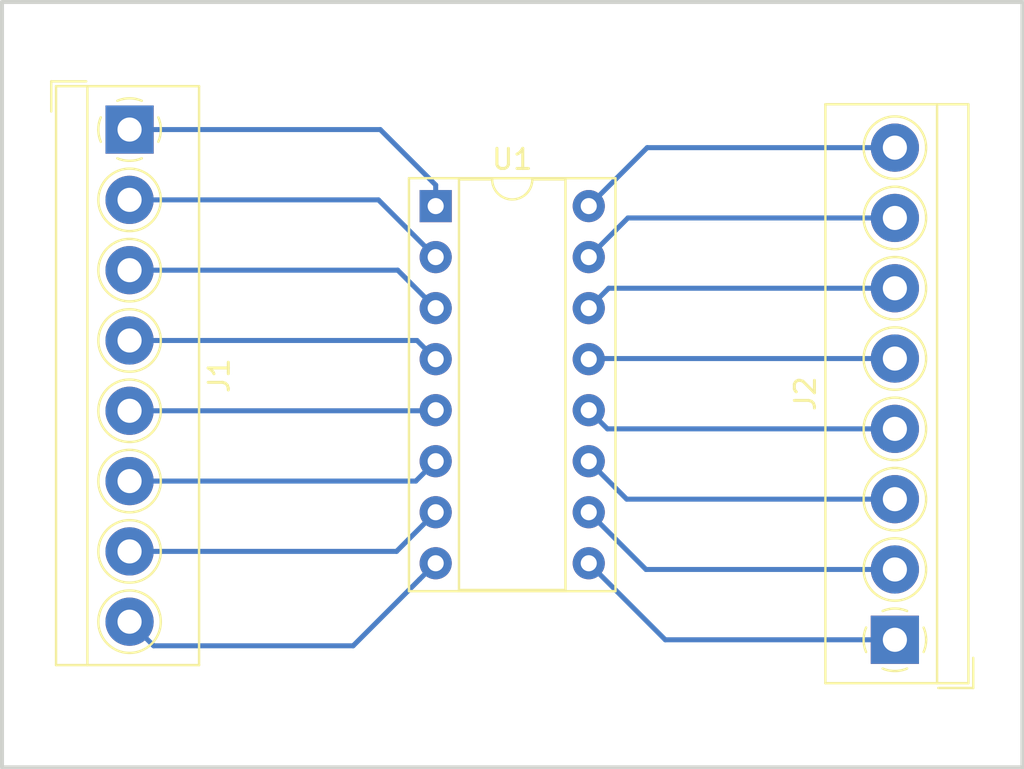
<source format=kicad_pcb>
(kicad_pcb (version 20171130) (host pcbnew 5.1.4)

  (general
    (thickness 1.6)
    (drawings 4)
    (tracks 35)
    (zones 0)
    (modules 3)
    (nets 17)
  )

  (page A4)
  (layers
    (0 F.Cu signal)
    (31 B.Cu signal)
    (32 B.Adhes user)
    (33 F.Adhes user)
    (34 B.Paste user)
    (35 F.Paste user)
    (36 B.SilkS user)
    (37 F.SilkS user)
    (38 B.Mask user)
    (39 F.Mask user)
    (40 Dwgs.User user)
    (41 Cmts.User user)
    (42 Eco1.User user)
    (43 Eco2.User user)
    (44 Edge.Cuts user)
    (45 Margin user)
    (46 B.CrtYd user)
    (47 F.CrtYd user)
    (48 B.Fab user)
    (49 F.Fab user)
  )

  (setup
    (last_trace_width 0.25)
    (trace_clearance 0.2)
    (zone_clearance 0.508)
    (zone_45_only no)
    (trace_min 0.2)
    (via_size 0.8)
    (via_drill 0.4)
    (via_min_size 0.4)
    (via_min_drill 0.3)
    (uvia_size 0.3)
    (uvia_drill 0.1)
    (uvias_allowed no)
    (uvia_min_size 0.2)
    (uvia_min_drill 0.1)
    (edge_width 0.2)
    (segment_width 0.2)
    (pcb_text_width 0.3)
    (pcb_text_size 1.5 1.5)
    (mod_edge_width 0.15)
    (mod_text_size 1 1)
    (mod_text_width 0.15)
    (pad_size 1.524 1.524)
    (pad_drill 0.762)
    (pad_to_mask_clearance 0.051)
    (solder_mask_min_width 0.25)
    (aux_axis_origin 0 0)
    (visible_elements FFFFFF7F)
    (pcbplotparams
      (layerselection 0x010fc_ffffffff)
      (usegerberextensions false)
      (usegerberattributes false)
      (usegerberadvancedattributes false)
      (creategerberjobfile false)
      (excludeedgelayer true)
      (linewidth 0.100000)
      (plotframeref false)
      (viasonmask false)
      (mode 1)
      (useauxorigin false)
      (hpglpennumber 1)
      (hpglpenspeed 20)
      (hpglpendiameter 15.000000)
      (psnegative false)
      (psa4output false)
      (plotreference true)
      (plotvalue true)
      (plotinvisibletext false)
      (padsonsilk false)
      (subtractmaskfromsilk false)
      (outputformat 1)
      (mirror false)
      (drillshape 1)
      (scaleselection 1)
      (outputdirectory ""))
  )

  (net 0 "")
  (net 1 "Net-(J1-Pad1)")
  (net 2 "Net-(J1-Pad2)")
  (net 3 "Net-(J1-Pad3)")
  (net 4 "Net-(J1-Pad4)")
  (net 5 "Net-(J1-Pad5)")
  (net 6 "Net-(J1-Pad6)")
  (net 7 "Net-(J1-Pad7)")
  (net 8 "Net-(J1-Pad8)")
  (net 9 "Net-(J2-Pad8)")
  (net 10 "Net-(J2-Pad7)")
  (net 11 "Net-(J2-Pad6)")
  (net 12 "Net-(J2-Pad5)")
  (net 13 "Net-(J2-Pad4)")
  (net 14 "Net-(J2-Pad3)")
  (net 15 "Net-(J2-Pad2)")
  (net 16 "Net-(J2-Pad1)")

  (net_class Default "This is the default net class."
    (clearance 0.2)
    (trace_width 0.25)
    (via_dia 0.8)
    (via_drill 0.4)
    (uvia_dia 0.3)
    (uvia_drill 0.1)
    (add_net "Net-(J1-Pad1)")
    (add_net "Net-(J1-Pad2)")
    (add_net "Net-(J1-Pad3)")
    (add_net "Net-(J1-Pad4)")
    (add_net "Net-(J1-Pad5)")
    (add_net "Net-(J1-Pad6)")
    (add_net "Net-(J1-Pad7)")
    (add_net "Net-(J1-Pad8)")
    (add_net "Net-(J2-Pad1)")
    (add_net "Net-(J2-Pad2)")
    (add_net "Net-(J2-Pad3)")
    (add_net "Net-(J2-Pad4)")
    (add_net "Net-(J2-Pad5)")
    (add_net "Net-(J2-Pad6)")
    (add_net "Net-(J2-Pad7)")
    (add_net "Net-(J2-Pad8)")
  )

  (module TerminalBlock_4Ucon:TerminalBlock_4Ucon_1x08_P3.50mm_Horizontal (layer F.Cu) (tedit 5B294E94) (tstamp 5DE0B627)
    (at 115.57 82.55 270)
    (descr "Terminal Block 4Ucon ItemNo. 19965, 8 pins, pitch 3.5mm, size 28.7x7mm^2, drill diamater 1.2mm, pad diameter 2.4mm, see http://www.4uconnector.com/online/object/4udrawing/19965.pdf, script-generated using https://github.com/pointhi/kicad-footprint-generator/scripts/TerminalBlock_4Ucon")
    (tags "THT Terminal Block 4Ucon ItemNo. 19965 pitch 3.5mm size 28.7x7mm^2 drill 1.2mm pad 2.4mm")
    (path /5CEFAA31)
    (fp_text reference J1 (at 12.25 -4.46 270) (layer F.SilkS)
      (effects (font (size 1 1) (thickness 0.15)))
    )
    (fp_text value Screw_Terminal_01x08 (at 12.25 4.66 270) (layer F.Fab)
      (effects (font (size 1 1) (thickness 0.15)))
    )
    (fp_arc (start 0 0) (end 0 1.555) (angle -23) (layer F.SilkS) (width 0.12))
    (fp_arc (start 0 0) (end 1.432 0.608) (angle -46) (layer F.SilkS) (width 0.12))
    (fp_arc (start 0 0) (end 0.608 -1.432) (angle -46) (layer F.SilkS) (width 0.12))
    (fp_arc (start 0 0) (end -1.432 -0.608) (angle -46) (layer F.SilkS) (width 0.12))
    (fp_arc (start 0 0) (end -0.608 1.432) (angle -24) (layer F.SilkS) (width 0.12))
    (fp_circle (center 0 0) (end 1.375 0) (layer F.Fab) (width 0.1))
    (fp_circle (center 3.5 0) (end 4.875 0) (layer F.Fab) (width 0.1))
    (fp_circle (center 3.5 0) (end 5.055 0) (layer F.SilkS) (width 0.12))
    (fp_circle (center 7 0) (end 8.375 0) (layer F.Fab) (width 0.1))
    (fp_circle (center 7 0) (end 8.555 0) (layer F.SilkS) (width 0.12))
    (fp_circle (center 10.5 0) (end 11.875 0) (layer F.Fab) (width 0.1))
    (fp_circle (center 10.5 0) (end 12.055 0) (layer F.SilkS) (width 0.12))
    (fp_circle (center 14 0) (end 15.375 0) (layer F.Fab) (width 0.1))
    (fp_circle (center 14 0) (end 15.555 0) (layer F.SilkS) (width 0.12))
    (fp_circle (center 17.5 0) (end 18.875 0) (layer F.Fab) (width 0.1))
    (fp_circle (center 17.5 0) (end 19.055 0) (layer F.SilkS) (width 0.12))
    (fp_circle (center 21 0) (end 22.375 0) (layer F.Fab) (width 0.1))
    (fp_circle (center 21 0) (end 22.555 0) (layer F.SilkS) (width 0.12))
    (fp_circle (center 24.5 0) (end 25.875 0) (layer F.Fab) (width 0.1))
    (fp_circle (center 24.5 0) (end 26.055 0) (layer F.SilkS) (width 0.12))
    (fp_line (start -2.1 -3.4) (end 26.6 -3.4) (layer F.Fab) (width 0.1))
    (fp_line (start 26.6 -3.4) (end 26.6 3.6) (layer F.Fab) (width 0.1))
    (fp_line (start 26.6 3.6) (end -0.6 3.6) (layer F.Fab) (width 0.1))
    (fp_line (start -0.6 3.6) (end -2.1 2.1) (layer F.Fab) (width 0.1))
    (fp_line (start -2.1 2.1) (end -2.1 -3.4) (layer F.Fab) (width 0.1))
    (fp_line (start -2.1 2.1) (end 26.6 2.1) (layer F.Fab) (width 0.1))
    (fp_line (start -2.16 2.1) (end 26.66 2.1) (layer F.SilkS) (width 0.12))
    (fp_line (start -2.16 -3.46) (end 26.66 -3.46) (layer F.SilkS) (width 0.12))
    (fp_line (start -2.16 3.66) (end 26.66 3.66) (layer F.SilkS) (width 0.12))
    (fp_line (start -2.16 -3.46) (end -2.16 3.66) (layer F.SilkS) (width 0.12))
    (fp_line (start 26.66 -3.46) (end 26.66 3.66) (layer F.SilkS) (width 0.12))
    (fp_line (start -1.1 -0.069) (end -0.069 -0.069) (layer F.Fab) (width 0.1))
    (fp_line (start -0.069 -0.069) (end -0.069 -1.1) (layer F.Fab) (width 0.1))
    (fp_line (start -0.069 -1.1) (end 0.069 -1.1) (layer F.Fab) (width 0.1))
    (fp_line (start 0.069 -1.1) (end 0.069 -0.069) (layer F.Fab) (width 0.1))
    (fp_line (start 0.069 -0.069) (end 1.1 -0.069) (layer F.Fab) (width 0.1))
    (fp_line (start 1.1 -0.069) (end 1.1 0.069) (layer F.Fab) (width 0.1))
    (fp_line (start 1.1 0.069) (end 0.069 0.069) (layer F.Fab) (width 0.1))
    (fp_line (start 0.069 0.069) (end 0.069 1.1) (layer F.Fab) (width 0.1))
    (fp_line (start 0.069 1.1) (end -0.069 1.1) (layer F.Fab) (width 0.1))
    (fp_line (start -0.069 1.1) (end -0.069 0.069) (layer F.Fab) (width 0.1))
    (fp_line (start -0.069 0.069) (end -1.1 0.069) (layer F.Fab) (width 0.1))
    (fp_line (start -1.1 0.069) (end -1.1 -0.069) (layer F.Fab) (width 0.1))
    (fp_line (start 2.4 -0.069) (end 3.431 -0.069) (layer F.Fab) (width 0.1))
    (fp_line (start 3.431 -0.069) (end 3.431 -1.1) (layer F.Fab) (width 0.1))
    (fp_line (start 3.431 -1.1) (end 3.569 -1.1) (layer F.Fab) (width 0.1))
    (fp_line (start 3.569 -1.1) (end 3.569 -0.069) (layer F.Fab) (width 0.1))
    (fp_line (start 3.569 -0.069) (end 4.6 -0.069) (layer F.Fab) (width 0.1))
    (fp_line (start 4.6 -0.069) (end 4.6 0.069) (layer F.Fab) (width 0.1))
    (fp_line (start 4.6 0.069) (end 3.569 0.069) (layer F.Fab) (width 0.1))
    (fp_line (start 3.569 0.069) (end 3.569 1.1) (layer F.Fab) (width 0.1))
    (fp_line (start 3.569 1.1) (end 3.431 1.1) (layer F.Fab) (width 0.1))
    (fp_line (start 3.431 1.1) (end 3.431 0.069) (layer F.Fab) (width 0.1))
    (fp_line (start 3.431 0.069) (end 2.4 0.069) (layer F.Fab) (width 0.1))
    (fp_line (start 2.4 0.069) (end 2.4 -0.069) (layer F.Fab) (width 0.1))
    (fp_line (start 5.9 -0.069) (end 6.931 -0.069) (layer F.Fab) (width 0.1))
    (fp_line (start 6.931 -0.069) (end 6.931 -1.1) (layer F.Fab) (width 0.1))
    (fp_line (start 6.931 -1.1) (end 7.069 -1.1) (layer F.Fab) (width 0.1))
    (fp_line (start 7.069 -1.1) (end 7.069 -0.069) (layer F.Fab) (width 0.1))
    (fp_line (start 7.069 -0.069) (end 8.1 -0.069) (layer F.Fab) (width 0.1))
    (fp_line (start 8.1 -0.069) (end 8.1 0.069) (layer F.Fab) (width 0.1))
    (fp_line (start 8.1 0.069) (end 7.069 0.069) (layer F.Fab) (width 0.1))
    (fp_line (start 7.069 0.069) (end 7.069 1.1) (layer F.Fab) (width 0.1))
    (fp_line (start 7.069 1.1) (end 6.931 1.1) (layer F.Fab) (width 0.1))
    (fp_line (start 6.931 1.1) (end 6.931 0.069) (layer F.Fab) (width 0.1))
    (fp_line (start 6.931 0.069) (end 5.9 0.069) (layer F.Fab) (width 0.1))
    (fp_line (start 5.9 0.069) (end 5.9 -0.069) (layer F.Fab) (width 0.1))
    (fp_line (start 9.4 -0.069) (end 10.431 -0.069) (layer F.Fab) (width 0.1))
    (fp_line (start 10.431 -0.069) (end 10.431 -1.1) (layer F.Fab) (width 0.1))
    (fp_line (start 10.431 -1.1) (end 10.569 -1.1) (layer F.Fab) (width 0.1))
    (fp_line (start 10.569 -1.1) (end 10.569 -0.069) (layer F.Fab) (width 0.1))
    (fp_line (start 10.569 -0.069) (end 11.6 -0.069) (layer F.Fab) (width 0.1))
    (fp_line (start 11.6 -0.069) (end 11.6 0.069) (layer F.Fab) (width 0.1))
    (fp_line (start 11.6 0.069) (end 10.569 0.069) (layer F.Fab) (width 0.1))
    (fp_line (start 10.569 0.069) (end 10.569 1.1) (layer F.Fab) (width 0.1))
    (fp_line (start 10.569 1.1) (end 10.431 1.1) (layer F.Fab) (width 0.1))
    (fp_line (start 10.431 1.1) (end 10.431 0.069) (layer F.Fab) (width 0.1))
    (fp_line (start 10.431 0.069) (end 9.4 0.069) (layer F.Fab) (width 0.1))
    (fp_line (start 9.4 0.069) (end 9.4 -0.069) (layer F.Fab) (width 0.1))
    (fp_line (start 12.9 -0.069) (end 13.931 -0.069) (layer F.Fab) (width 0.1))
    (fp_line (start 13.931 -0.069) (end 13.931 -1.1) (layer F.Fab) (width 0.1))
    (fp_line (start 13.931 -1.1) (end 14.069 -1.1) (layer F.Fab) (width 0.1))
    (fp_line (start 14.069 -1.1) (end 14.069 -0.069) (layer F.Fab) (width 0.1))
    (fp_line (start 14.069 -0.069) (end 15.1 -0.069) (layer F.Fab) (width 0.1))
    (fp_line (start 15.1 -0.069) (end 15.1 0.069) (layer F.Fab) (width 0.1))
    (fp_line (start 15.1 0.069) (end 14.069 0.069) (layer F.Fab) (width 0.1))
    (fp_line (start 14.069 0.069) (end 14.069 1.1) (layer F.Fab) (width 0.1))
    (fp_line (start 14.069 1.1) (end 13.931 1.1) (layer F.Fab) (width 0.1))
    (fp_line (start 13.931 1.1) (end 13.931 0.069) (layer F.Fab) (width 0.1))
    (fp_line (start 13.931 0.069) (end 12.9 0.069) (layer F.Fab) (width 0.1))
    (fp_line (start 12.9 0.069) (end 12.9 -0.069) (layer F.Fab) (width 0.1))
    (fp_line (start 16.4 -0.069) (end 17.431 -0.069) (layer F.Fab) (width 0.1))
    (fp_line (start 17.431 -0.069) (end 17.431 -1.1) (layer F.Fab) (width 0.1))
    (fp_line (start 17.431 -1.1) (end 17.569 -1.1) (layer F.Fab) (width 0.1))
    (fp_line (start 17.569 -1.1) (end 17.569 -0.069) (layer F.Fab) (width 0.1))
    (fp_line (start 17.569 -0.069) (end 18.6 -0.069) (layer F.Fab) (width 0.1))
    (fp_line (start 18.6 -0.069) (end 18.6 0.069) (layer F.Fab) (width 0.1))
    (fp_line (start 18.6 0.069) (end 17.569 0.069) (layer F.Fab) (width 0.1))
    (fp_line (start 17.569 0.069) (end 17.569 1.1) (layer F.Fab) (width 0.1))
    (fp_line (start 17.569 1.1) (end 17.431 1.1) (layer F.Fab) (width 0.1))
    (fp_line (start 17.431 1.1) (end 17.431 0.069) (layer F.Fab) (width 0.1))
    (fp_line (start 17.431 0.069) (end 16.4 0.069) (layer F.Fab) (width 0.1))
    (fp_line (start 16.4 0.069) (end 16.4 -0.069) (layer F.Fab) (width 0.1))
    (fp_line (start 19.9 -0.069) (end 20.931 -0.069) (layer F.Fab) (width 0.1))
    (fp_line (start 20.931 -0.069) (end 20.931 -1.1) (layer F.Fab) (width 0.1))
    (fp_line (start 20.931 -1.1) (end 21.069 -1.1) (layer F.Fab) (width 0.1))
    (fp_line (start 21.069 -1.1) (end 21.069 -0.069) (layer F.Fab) (width 0.1))
    (fp_line (start 21.069 -0.069) (end 22.1 -0.069) (layer F.Fab) (width 0.1))
    (fp_line (start 22.1 -0.069) (end 22.1 0.069) (layer F.Fab) (width 0.1))
    (fp_line (start 22.1 0.069) (end 21.069 0.069) (layer F.Fab) (width 0.1))
    (fp_line (start 21.069 0.069) (end 21.069 1.1) (layer F.Fab) (width 0.1))
    (fp_line (start 21.069 1.1) (end 20.931 1.1) (layer F.Fab) (width 0.1))
    (fp_line (start 20.931 1.1) (end 20.931 0.069) (layer F.Fab) (width 0.1))
    (fp_line (start 20.931 0.069) (end 19.9 0.069) (layer F.Fab) (width 0.1))
    (fp_line (start 19.9 0.069) (end 19.9 -0.069) (layer F.Fab) (width 0.1))
    (fp_line (start 23.4 -0.069) (end 24.431 -0.069) (layer F.Fab) (width 0.1))
    (fp_line (start 24.431 -0.069) (end 24.431 -1.1) (layer F.Fab) (width 0.1))
    (fp_line (start 24.431 -1.1) (end 24.569 -1.1) (layer F.Fab) (width 0.1))
    (fp_line (start 24.569 -1.1) (end 24.569 -0.069) (layer F.Fab) (width 0.1))
    (fp_line (start 24.569 -0.069) (end 25.6 -0.069) (layer F.Fab) (width 0.1))
    (fp_line (start 25.6 -0.069) (end 25.6 0.069) (layer F.Fab) (width 0.1))
    (fp_line (start 25.6 0.069) (end 24.569 0.069) (layer F.Fab) (width 0.1))
    (fp_line (start 24.569 0.069) (end 24.569 1.1) (layer F.Fab) (width 0.1))
    (fp_line (start 24.569 1.1) (end 24.431 1.1) (layer F.Fab) (width 0.1))
    (fp_line (start 24.431 1.1) (end 24.431 0.069) (layer F.Fab) (width 0.1))
    (fp_line (start 24.431 0.069) (end 23.4 0.069) (layer F.Fab) (width 0.1))
    (fp_line (start 23.4 0.069) (end 23.4 -0.069) (layer F.Fab) (width 0.1))
    (fp_line (start -2.4 2.16) (end -2.4 3.9) (layer F.SilkS) (width 0.12))
    (fp_line (start -2.4 3.9) (end -0.9 3.9) (layer F.SilkS) (width 0.12))
    (fp_line (start -2.6 -3.9) (end -2.6 4.1) (layer F.CrtYd) (width 0.05))
    (fp_line (start -2.6 4.1) (end 27.1 4.1) (layer F.CrtYd) (width 0.05))
    (fp_line (start 27.1 4.1) (end 27.1 -3.9) (layer F.CrtYd) (width 0.05))
    (fp_line (start 27.1 -3.9) (end -2.6 -3.9) (layer F.CrtYd) (width 0.05))
    (fp_text user %R (at 12.25 2.9 270) (layer F.Fab)
      (effects (font (size 1 1) (thickness 0.15)))
    )
    (pad 1 thru_hole rect (at 0 0 270) (size 2.4 2.4) (drill 1.2) (layers *.Cu *.Mask)
      (net 1 "Net-(J1-Pad1)"))
    (pad 2 thru_hole circle (at 3.5 0 270) (size 2.4 2.4) (drill 1.2) (layers *.Cu *.Mask)
      (net 2 "Net-(J1-Pad2)"))
    (pad 3 thru_hole circle (at 7 0 270) (size 2.4 2.4) (drill 1.2) (layers *.Cu *.Mask)
      (net 3 "Net-(J1-Pad3)"))
    (pad 4 thru_hole circle (at 10.5 0 270) (size 2.4 2.4) (drill 1.2) (layers *.Cu *.Mask)
      (net 4 "Net-(J1-Pad4)"))
    (pad 5 thru_hole circle (at 14 0 270) (size 2.4 2.4) (drill 1.2) (layers *.Cu *.Mask)
      (net 5 "Net-(J1-Pad5)"))
    (pad 6 thru_hole circle (at 17.5 0 270) (size 2.4 2.4) (drill 1.2) (layers *.Cu *.Mask)
      (net 6 "Net-(J1-Pad6)"))
    (pad 7 thru_hole circle (at 21 0 270) (size 2.4 2.4) (drill 1.2) (layers *.Cu *.Mask)
      (net 7 "Net-(J1-Pad7)"))
    (pad 8 thru_hole circle (at 24.5 0 270) (size 2.4 2.4) (drill 1.2) (layers *.Cu *.Mask)
      (net 8 "Net-(J1-Pad8)"))
    (model ${KISYS3DMOD}/TerminalBlock_4Ucon.3dshapes/TerminalBlock_4Ucon_1x08_P3.50mm_Horizontal.wrl
      (at (xyz 0 0 0))
      (scale (xyz 1 1 1))
      (rotate (xyz 0 0 0))
    )
  )

  (module TerminalBlock_4Ucon:TerminalBlock_4Ucon_1x08_P3.50mm_Horizontal (layer F.Cu) (tedit 5B294E94) (tstamp 5D1BA5D1)
    (at 153.67 107.95 90)
    (descr "Terminal Block 4Ucon ItemNo. 19965, 8 pins, pitch 3.5mm, size 28.7x7mm^2, drill diamater 1.2mm, pad diameter 2.4mm, see http://www.4uconnector.com/online/object/4udrawing/19965.pdf, script-generated using https://github.com/pointhi/kicad-footprint-generator/scripts/TerminalBlock_4Ucon")
    (tags "THT Terminal Block 4Ucon ItemNo. 19965 pitch 3.5mm size 28.7x7mm^2 drill 1.2mm pad 2.4mm")
    (path /5CEFF30E)
    (fp_text reference J2 (at 12.25 -4.46 90) (layer F.SilkS)
      (effects (font (size 1 1) (thickness 0.15)))
    )
    (fp_text value Screw_Terminal_01x08 (at 12.25 4.66 90) (layer F.Fab)
      (effects (font (size 1 1) (thickness 0.15)))
    )
    (fp_text user %R (at 12.25 2.9 90) (layer F.Fab)
      (effects (font (size 1 1) (thickness 0.15)))
    )
    (fp_line (start 27.1 -3.9) (end -2.6 -3.9) (layer F.CrtYd) (width 0.05))
    (fp_line (start 27.1 4.1) (end 27.1 -3.9) (layer F.CrtYd) (width 0.05))
    (fp_line (start -2.6 4.1) (end 27.1 4.1) (layer F.CrtYd) (width 0.05))
    (fp_line (start -2.6 -3.9) (end -2.6 4.1) (layer F.CrtYd) (width 0.05))
    (fp_line (start -2.4 3.9) (end -0.9 3.9) (layer F.SilkS) (width 0.12))
    (fp_line (start -2.4 2.16) (end -2.4 3.9) (layer F.SilkS) (width 0.12))
    (fp_line (start 23.4 0.069) (end 23.4 -0.069) (layer F.Fab) (width 0.1))
    (fp_line (start 24.431 0.069) (end 23.4 0.069) (layer F.Fab) (width 0.1))
    (fp_line (start 24.431 1.1) (end 24.431 0.069) (layer F.Fab) (width 0.1))
    (fp_line (start 24.569 1.1) (end 24.431 1.1) (layer F.Fab) (width 0.1))
    (fp_line (start 24.569 0.069) (end 24.569 1.1) (layer F.Fab) (width 0.1))
    (fp_line (start 25.6 0.069) (end 24.569 0.069) (layer F.Fab) (width 0.1))
    (fp_line (start 25.6 -0.069) (end 25.6 0.069) (layer F.Fab) (width 0.1))
    (fp_line (start 24.569 -0.069) (end 25.6 -0.069) (layer F.Fab) (width 0.1))
    (fp_line (start 24.569 -1.1) (end 24.569 -0.069) (layer F.Fab) (width 0.1))
    (fp_line (start 24.431 -1.1) (end 24.569 -1.1) (layer F.Fab) (width 0.1))
    (fp_line (start 24.431 -0.069) (end 24.431 -1.1) (layer F.Fab) (width 0.1))
    (fp_line (start 23.4 -0.069) (end 24.431 -0.069) (layer F.Fab) (width 0.1))
    (fp_line (start 19.9 0.069) (end 19.9 -0.069) (layer F.Fab) (width 0.1))
    (fp_line (start 20.931 0.069) (end 19.9 0.069) (layer F.Fab) (width 0.1))
    (fp_line (start 20.931 1.1) (end 20.931 0.069) (layer F.Fab) (width 0.1))
    (fp_line (start 21.069 1.1) (end 20.931 1.1) (layer F.Fab) (width 0.1))
    (fp_line (start 21.069 0.069) (end 21.069 1.1) (layer F.Fab) (width 0.1))
    (fp_line (start 22.1 0.069) (end 21.069 0.069) (layer F.Fab) (width 0.1))
    (fp_line (start 22.1 -0.069) (end 22.1 0.069) (layer F.Fab) (width 0.1))
    (fp_line (start 21.069 -0.069) (end 22.1 -0.069) (layer F.Fab) (width 0.1))
    (fp_line (start 21.069 -1.1) (end 21.069 -0.069) (layer F.Fab) (width 0.1))
    (fp_line (start 20.931 -1.1) (end 21.069 -1.1) (layer F.Fab) (width 0.1))
    (fp_line (start 20.931 -0.069) (end 20.931 -1.1) (layer F.Fab) (width 0.1))
    (fp_line (start 19.9 -0.069) (end 20.931 -0.069) (layer F.Fab) (width 0.1))
    (fp_line (start 16.4 0.069) (end 16.4 -0.069) (layer F.Fab) (width 0.1))
    (fp_line (start 17.431 0.069) (end 16.4 0.069) (layer F.Fab) (width 0.1))
    (fp_line (start 17.431 1.1) (end 17.431 0.069) (layer F.Fab) (width 0.1))
    (fp_line (start 17.569 1.1) (end 17.431 1.1) (layer F.Fab) (width 0.1))
    (fp_line (start 17.569 0.069) (end 17.569 1.1) (layer F.Fab) (width 0.1))
    (fp_line (start 18.6 0.069) (end 17.569 0.069) (layer F.Fab) (width 0.1))
    (fp_line (start 18.6 -0.069) (end 18.6 0.069) (layer F.Fab) (width 0.1))
    (fp_line (start 17.569 -0.069) (end 18.6 -0.069) (layer F.Fab) (width 0.1))
    (fp_line (start 17.569 -1.1) (end 17.569 -0.069) (layer F.Fab) (width 0.1))
    (fp_line (start 17.431 -1.1) (end 17.569 -1.1) (layer F.Fab) (width 0.1))
    (fp_line (start 17.431 -0.069) (end 17.431 -1.1) (layer F.Fab) (width 0.1))
    (fp_line (start 16.4 -0.069) (end 17.431 -0.069) (layer F.Fab) (width 0.1))
    (fp_line (start 12.9 0.069) (end 12.9 -0.069) (layer F.Fab) (width 0.1))
    (fp_line (start 13.931 0.069) (end 12.9 0.069) (layer F.Fab) (width 0.1))
    (fp_line (start 13.931 1.1) (end 13.931 0.069) (layer F.Fab) (width 0.1))
    (fp_line (start 14.069 1.1) (end 13.931 1.1) (layer F.Fab) (width 0.1))
    (fp_line (start 14.069 0.069) (end 14.069 1.1) (layer F.Fab) (width 0.1))
    (fp_line (start 15.1 0.069) (end 14.069 0.069) (layer F.Fab) (width 0.1))
    (fp_line (start 15.1 -0.069) (end 15.1 0.069) (layer F.Fab) (width 0.1))
    (fp_line (start 14.069 -0.069) (end 15.1 -0.069) (layer F.Fab) (width 0.1))
    (fp_line (start 14.069 -1.1) (end 14.069 -0.069) (layer F.Fab) (width 0.1))
    (fp_line (start 13.931 -1.1) (end 14.069 -1.1) (layer F.Fab) (width 0.1))
    (fp_line (start 13.931 -0.069) (end 13.931 -1.1) (layer F.Fab) (width 0.1))
    (fp_line (start 12.9 -0.069) (end 13.931 -0.069) (layer F.Fab) (width 0.1))
    (fp_line (start 9.4 0.069) (end 9.4 -0.069) (layer F.Fab) (width 0.1))
    (fp_line (start 10.431 0.069) (end 9.4 0.069) (layer F.Fab) (width 0.1))
    (fp_line (start 10.431 1.1) (end 10.431 0.069) (layer F.Fab) (width 0.1))
    (fp_line (start 10.569 1.1) (end 10.431 1.1) (layer F.Fab) (width 0.1))
    (fp_line (start 10.569 0.069) (end 10.569 1.1) (layer F.Fab) (width 0.1))
    (fp_line (start 11.6 0.069) (end 10.569 0.069) (layer F.Fab) (width 0.1))
    (fp_line (start 11.6 -0.069) (end 11.6 0.069) (layer F.Fab) (width 0.1))
    (fp_line (start 10.569 -0.069) (end 11.6 -0.069) (layer F.Fab) (width 0.1))
    (fp_line (start 10.569 -1.1) (end 10.569 -0.069) (layer F.Fab) (width 0.1))
    (fp_line (start 10.431 -1.1) (end 10.569 -1.1) (layer F.Fab) (width 0.1))
    (fp_line (start 10.431 -0.069) (end 10.431 -1.1) (layer F.Fab) (width 0.1))
    (fp_line (start 9.4 -0.069) (end 10.431 -0.069) (layer F.Fab) (width 0.1))
    (fp_line (start 5.9 0.069) (end 5.9 -0.069) (layer F.Fab) (width 0.1))
    (fp_line (start 6.931 0.069) (end 5.9 0.069) (layer F.Fab) (width 0.1))
    (fp_line (start 6.931 1.1) (end 6.931 0.069) (layer F.Fab) (width 0.1))
    (fp_line (start 7.069 1.1) (end 6.931 1.1) (layer F.Fab) (width 0.1))
    (fp_line (start 7.069 0.069) (end 7.069 1.1) (layer F.Fab) (width 0.1))
    (fp_line (start 8.1 0.069) (end 7.069 0.069) (layer F.Fab) (width 0.1))
    (fp_line (start 8.1 -0.069) (end 8.1 0.069) (layer F.Fab) (width 0.1))
    (fp_line (start 7.069 -0.069) (end 8.1 -0.069) (layer F.Fab) (width 0.1))
    (fp_line (start 7.069 -1.1) (end 7.069 -0.069) (layer F.Fab) (width 0.1))
    (fp_line (start 6.931 -1.1) (end 7.069 -1.1) (layer F.Fab) (width 0.1))
    (fp_line (start 6.931 -0.069) (end 6.931 -1.1) (layer F.Fab) (width 0.1))
    (fp_line (start 5.9 -0.069) (end 6.931 -0.069) (layer F.Fab) (width 0.1))
    (fp_line (start 2.4 0.069) (end 2.4 -0.069) (layer F.Fab) (width 0.1))
    (fp_line (start 3.431 0.069) (end 2.4 0.069) (layer F.Fab) (width 0.1))
    (fp_line (start 3.431 1.1) (end 3.431 0.069) (layer F.Fab) (width 0.1))
    (fp_line (start 3.569 1.1) (end 3.431 1.1) (layer F.Fab) (width 0.1))
    (fp_line (start 3.569 0.069) (end 3.569 1.1) (layer F.Fab) (width 0.1))
    (fp_line (start 4.6 0.069) (end 3.569 0.069) (layer F.Fab) (width 0.1))
    (fp_line (start 4.6 -0.069) (end 4.6 0.069) (layer F.Fab) (width 0.1))
    (fp_line (start 3.569 -0.069) (end 4.6 -0.069) (layer F.Fab) (width 0.1))
    (fp_line (start 3.569 -1.1) (end 3.569 -0.069) (layer F.Fab) (width 0.1))
    (fp_line (start 3.431 -1.1) (end 3.569 -1.1) (layer F.Fab) (width 0.1))
    (fp_line (start 3.431 -0.069) (end 3.431 -1.1) (layer F.Fab) (width 0.1))
    (fp_line (start 2.4 -0.069) (end 3.431 -0.069) (layer F.Fab) (width 0.1))
    (fp_line (start -1.1 0.069) (end -1.1 -0.069) (layer F.Fab) (width 0.1))
    (fp_line (start -0.069 0.069) (end -1.1 0.069) (layer F.Fab) (width 0.1))
    (fp_line (start -0.069 1.1) (end -0.069 0.069) (layer F.Fab) (width 0.1))
    (fp_line (start 0.069 1.1) (end -0.069 1.1) (layer F.Fab) (width 0.1))
    (fp_line (start 0.069 0.069) (end 0.069 1.1) (layer F.Fab) (width 0.1))
    (fp_line (start 1.1 0.069) (end 0.069 0.069) (layer F.Fab) (width 0.1))
    (fp_line (start 1.1 -0.069) (end 1.1 0.069) (layer F.Fab) (width 0.1))
    (fp_line (start 0.069 -0.069) (end 1.1 -0.069) (layer F.Fab) (width 0.1))
    (fp_line (start 0.069 -1.1) (end 0.069 -0.069) (layer F.Fab) (width 0.1))
    (fp_line (start -0.069 -1.1) (end 0.069 -1.1) (layer F.Fab) (width 0.1))
    (fp_line (start -0.069 -0.069) (end -0.069 -1.1) (layer F.Fab) (width 0.1))
    (fp_line (start -1.1 -0.069) (end -0.069 -0.069) (layer F.Fab) (width 0.1))
    (fp_line (start 26.66 -3.46) (end 26.66 3.66) (layer F.SilkS) (width 0.12))
    (fp_line (start -2.16 -3.46) (end -2.16 3.66) (layer F.SilkS) (width 0.12))
    (fp_line (start -2.16 3.66) (end 26.66 3.66) (layer F.SilkS) (width 0.12))
    (fp_line (start -2.16 -3.46) (end 26.66 -3.46) (layer F.SilkS) (width 0.12))
    (fp_line (start -2.16 2.1) (end 26.66 2.1) (layer F.SilkS) (width 0.12))
    (fp_line (start -2.1 2.1) (end 26.6 2.1) (layer F.Fab) (width 0.1))
    (fp_line (start -2.1 2.1) (end -2.1 -3.4) (layer F.Fab) (width 0.1))
    (fp_line (start -0.6 3.6) (end -2.1 2.1) (layer F.Fab) (width 0.1))
    (fp_line (start 26.6 3.6) (end -0.6 3.6) (layer F.Fab) (width 0.1))
    (fp_line (start 26.6 -3.4) (end 26.6 3.6) (layer F.Fab) (width 0.1))
    (fp_line (start -2.1 -3.4) (end 26.6 -3.4) (layer F.Fab) (width 0.1))
    (fp_circle (center 24.5 0) (end 26.055 0) (layer F.SilkS) (width 0.12))
    (fp_circle (center 24.5 0) (end 25.875 0) (layer F.Fab) (width 0.1))
    (fp_circle (center 21 0) (end 22.555 0) (layer F.SilkS) (width 0.12))
    (fp_circle (center 21 0) (end 22.375 0) (layer F.Fab) (width 0.1))
    (fp_circle (center 17.5 0) (end 19.055 0) (layer F.SilkS) (width 0.12))
    (fp_circle (center 17.5 0) (end 18.875 0) (layer F.Fab) (width 0.1))
    (fp_circle (center 14 0) (end 15.555 0) (layer F.SilkS) (width 0.12))
    (fp_circle (center 14 0) (end 15.375 0) (layer F.Fab) (width 0.1))
    (fp_circle (center 10.5 0) (end 12.055 0) (layer F.SilkS) (width 0.12))
    (fp_circle (center 10.5 0) (end 11.875 0) (layer F.Fab) (width 0.1))
    (fp_circle (center 7 0) (end 8.555 0) (layer F.SilkS) (width 0.12))
    (fp_circle (center 7 0) (end 8.375 0) (layer F.Fab) (width 0.1))
    (fp_circle (center 3.5 0) (end 5.055 0) (layer F.SilkS) (width 0.12))
    (fp_circle (center 3.5 0) (end 4.875 0) (layer F.Fab) (width 0.1))
    (fp_circle (center 0 0) (end 1.375 0) (layer F.Fab) (width 0.1))
    (fp_arc (start 0 0) (end -0.608 1.432) (angle -24) (layer F.SilkS) (width 0.12))
    (fp_arc (start 0 0) (end -1.432 -0.608) (angle -46) (layer F.SilkS) (width 0.12))
    (fp_arc (start 0 0) (end 0.608 -1.432) (angle -46) (layer F.SilkS) (width 0.12))
    (fp_arc (start 0 0) (end 1.432 0.608) (angle -46) (layer F.SilkS) (width 0.12))
    (fp_arc (start 0 0) (end 0 1.555) (angle -23) (layer F.SilkS) (width 0.12))
    (pad 8 thru_hole circle (at 24.5 0 90) (size 2.4 2.4) (drill 1.2) (layers *.Cu *.Mask)
      (net 9 "Net-(J2-Pad8)"))
    (pad 7 thru_hole circle (at 21 0 90) (size 2.4 2.4) (drill 1.2) (layers *.Cu *.Mask)
      (net 10 "Net-(J2-Pad7)"))
    (pad 6 thru_hole circle (at 17.5 0 90) (size 2.4 2.4) (drill 1.2) (layers *.Cu *.Mask)
      (net 11 "Net-(J2-Pad6)"))
    (pad 5 thru_hole circle (at 14 0 90) (size 2.4 2.4) (drill 1.2) (layers *.Cu *.Mask)
      (net 12 "Net-(J2-Pad5)"))
    (pad 4 thru_hole circle (at 10.5 0 90) (size 2.4 2.4) (drill 1.2) (layers *.Cu *.Mask)
      (net 13 "Net-(J2-Pad4)"))
    (pad 3 thru_hole circle (at 7 0 90) (size 2.4 2.4) (drill 1.2) (layers *.Cu *.Mask)
      (net 14 "Net-(J2-Pad3)"))
    (pad 2 thru_hole circle (at 3.5 0 90) (size 2.4 2.4) (drill 1.2) (layers *.Cu *.Mask)
      (net 15 "Net-(J2-Pad2)"))
    (pad 1 thru_hole rect (at 0 0 90) (size 2.4 2.4) (drill 1.2) (layers *.Cu *.Mask)
      (net 16 "Net-(J2-Pad1)"))
    (model ${KISYS3DMOD}/TerminalBlock_4Ucon.3dshapes/TerminalBlock_4Ucon_1x08_P3.50mm_Horizontal.wrl
      (at (xyz 0 0 0))
      (scale (xyz 1 1 1))
      (rotate (xyz 0 0 0))
    )
  )

  (module Package_DIP:DIP-16_W7.62mm_Socket (layer F.Cu) (tedit 5A02E8C5) (tstamp 5D1BA1B9)
    (at 130.81 86.36)
    (descr "16-lead though-hole mounted DIP package, row spacing 7.62 mm (300 mils), Socket")
    (tags "THT DIP DIL PDIP 2.54mm 7.62mm 300mil Socket")
    (path /5CEFA893)
    (fp_text reference U1 (at 3.81 -2.33) (layer F.SilkS)
      (effects (font (size 1 1) (thickness 0.15)))
    )
    (fp_text value L293D (at 3.81 20.11) (layer F.Fab)
      (effects (font (size 1 1) (thickness 0.15)))
    )
    (fp_arc (start 3.81 -1.33) (end 2.81 -1.33) (angle -180) (layer F.SilkS) (width 0.12))
    (fp_line (start 1.635 -1.27) (end 6.985 -1.27) (layer F.Fab) (width 0.1))
    (fp_line (start 6.985 -1.27) (end 6.985 19.05) (layer F.Fab) (width 0.1))
    (fp_line (start 6.985 19.05) (end 0.635 19.05) (layer F.Fab) (width 0.1))
    (fp_line (start 0.635 19.05) (end 0.635 -0.27) (layer F.Fab) (width 0.1))
    (fp_line (start 0.635 -0.27) (end 1.635 -1.27) (layer F.Fab) (width 0.1))
    (fp_line (start -1.27 -1.33) (end -1.27 19.11) (layer F.Fab) (width 0.1))
    (fp_line (start -1.27 19.11) (end 8.89 19.11) (layer F.Fab) (width 0.1))
    (fp_line (start 8.89 19.11) (end 8.89 -1.33) (layer F.Fab) (width 0.1))
    (fp_line (start 8.89 -1.33) (end -1.27 -1.33) (layer F.Fab) (width 0.1))
    (fp_line (start 2.81 -1.33) (end 1.16 -1.33) (layer F.SilkS) (width 0.12))
    (fp_line (start 1.16 -1.33) (end 1.16 19.11) (layer F.SilkS) (width 0.12))
    (fp_line (start 1.16 19.11) (end 6.46 19.11) (layer F.SilkS) (width 0.12))
    (fp_line (start 6.46 19.11) (end 6.46 -1.33) (layer F.SilkS) (width 0.12))
    (fp_line (start 6.46 -1.33) (end 4.81 -1.33) (layer F.SilkS) (width 0.12))
    (fp_line (start -1.33 -1.39) (end -1.33 19.17) (layer F.SilkS) (width 0.12))
    (fp_line (start -1.33 19.17) (end 8.95 19.17) (layer F.SilkS) (width 0.12))
    (fp_line (start 8.95 19.17) (end 8.95 -1.39) (layer F.SilkS) (width 0.12))
    (fp_line (start 8.95 -1.39) (end -1.33 -1.39) (layer F.SilkS) (width 0.12))
    (fp_line (start -1.55 -1.6) (end -1.55 19.4) (layer F.CrtYd) (width 0.05))
    (fp_line (start -1.55 19.4) (end 9.15 19.4) (layer F.CrtYd) (width 0.05))
    (fp_line (start 9.15 19.4) (end 9.15 -1.6) (layer F.CrtYd) (width 0.05))
    (fp_line (start 9.15 -1.6) (end -1.55 -1.6) (layer F.CrtYd) (width 0.05))
    (fp_text user %R (at 3.81 8.89) (layer F.Fab)
      (effects (font (size 1 1) (thickness 0.15)))
    )
    (pad 1 thru_hole rect (at 0 0) (size 1.6 1.6) (drill 0.8) (layers *.Cu *.Mask)
      (net 1 "Net-(J1-Pad1)"))
    (pad 9 thru_hole oval (at 7.62 17.78) (size 1.6 1.6) (drill 0.8) (layers *.Cu *.Mask)
      (net 16 "Net-(J2-Pad1)"))
    (pad 2 thru_hole oval (at 0 2.54) (size 1.6 1.6) (drill 0.8) (layers *.Cu *.Mask)
      (net 2 "Net-(J1-Pad2)"))
    (pad 10 thru_hole oval (at 7.62 15.24) (size 1.6 1.6) (drill 0.8) (layers *.Cu *.Mask)
      (net 15 "Net-(J2-Pad2)"))
    (pad 3 thru_hole oval (at 0 5.08) (size 1.6 1.6) (drill 0.8) (layers *.Cu *.Mask)
      (net 3 "Net-(J1-Pad3)"))
    (pad 11 thru_hole oval (at 7.62 12.7) (size 1.6 1.6) (drill 0.8) (layers *.Cu *.Mask)
      (net 14 "Net-(J2-Pad3)"))
    (pad 4 thru_hole oval (at 0 7.62) (size 1.6 1.6) (drill 0.8) (layers *.Cu *.Mask)
      (net 4 "Net-(J1-Pad4)"))
    (pad 12 thru_hole oval (at 7.62 10.16) (size 1.6 1.6) (drill 0.8) (layers *.Cu *.Mask)
      (net 13 "Net-(J2-Pad4)"))
    (pad 5 thru_hole oval (at 0 10.16) (size 1.6 1.6) (drill 0.8) (layers *.Cu *.Mask)
      (net 5 "Net-(J1-Pad5)"))
    (pad 13 thru_hole oval (at 7.62 7.62) (size 1.6 1.6) (drill 0.8) (layers *.Cu *.Mask)
      (net 12 "Net-(J2-Pad5)"))
    (pad 6 thru_hole oval (at 0 12.7) (size 1.6 1.6) (drill 0.8) (layers *.Cu *.Mask)
      (net 6 "Net-(J1-Pad6)"))
    (pad 14 thru_hole oval (at 7.62 5.08) (size 1.6 1.6) (drill 0.8) (layers *.Cu *.Mask)
      (net 11 "Net-(J2-Pad6)"))
    (pad 7 thru_hole oval (at 0 15.24) (size 1.6 1.6) (drill 0.8) (layers *.Cu *.Mask)
      (net 7 "Net-(J1-Pad7)"))
    (pad 15 thru_hole oval (at 7.62 2.54) (size 1.6 1.6) (drill 0.8) (layers *.Cu *.Mask)
      (net 10 "Net-(J2-Pad7)"))
    (pad 8 thru_hole oval (at 0 17.78) (size 1.6 1.6) (drill 0.8) (layers *.Cu *.Mask)
      (net 8 "Net-(J1-Pad8)"))
    (pad 16 thru_hole oval (at 7.62 0) (size 1.6 1.6) (drill 0.8) (layers *.Cu *.Mask)
      (net 9 "Net-(J2-Pad8)"))
    (model ${KISYS3DMOD}/Package_DIP.3dshapes/DIP-16_W7.62mm_Socket.wrl
      (at (xyz 0 0 0))
      (scale (xyz 1 1 1))
      (rotate (xyz 0 0 0))
    )
  )

  (gr_line (start 109.22 76.2) (end 109.22 114.3) (layer Edge.Cuts) (width 0.2) (tstamp 5DE0B076))
  (gr_line (start 160.02 76.2) (end 160.02 114.3) (layer Edge.Cuts) (width 0.2) (tstamp 5DE0B048))
  (gr_line (start 160.02 114.3) (end 109.22 114.3) (layer Edge.Cuts) (width 0.2) (tstamp 5DE0AF70))
  (gr_line (start 109.22 76.2) (end 160.02 76.2) (layer Edge.Cuts) (width 0.2))

  (segment (start 130.81 85.31) (end 130.81 86.36) (width 0.25) (layer B.Cu) (net 1))
  (segment (start 128.05 82.55) (end 130.81 85.31) (width 0.25) (layer B.Cu) (net 1))
  (segment (start 115.57 82.55) (end 128.05 82.55) (width 0.25) (layer B.Cu) (net 1))
  (segment (start 127.96 86.05) (end 130.81 88.9) (width 0.25) (layer B.Cu) (net 2))
  (segment (start 115.57 86.05) (end 127.96 86.05) (width 0.25) (layer B.Cu) (net 2))
  (segment (start 128.92 89.55) (end 130.81 91.44) (width 0.25) (layer B.Cu) (net 3))
  (segment (start 115.57 89.55) (end 128.92 89.55) (width 0.25) (layer B.Cu) (net 3))
  (segment (start 129.88 93.05) (end 130.81 93.98) (width 0.25) (layer B.Cu) (net 4))
  (segment (start 115.57 93.05) (end 129.88 93.05) (width 0.25) (layer B.Cu) (net 4))
  (segment (start 130.78 96.55) (end 130.81 96.52) (width 0.25) (layer B.Cu) (net 5))
  (segment (start 115.57 96.55) (end 130.78 96.55) (width 0.25) (layer B.Cu) (net 5))
  (segment (start 129.82 100.05) (end 130.81 99.06) (width 0.25) (layer B.Cu) (net 6))
  (segment (start 115.57 100.05) (end 129.82 100.05) (width 0.25) (layer B.Cu) (net 6))
  (segment (start 128.86 103.55) (end 130.81 101.6) (width 0.25) (layer B.Cu) (net 7))
  (segment (start 115.57 103.55) (end 128.86 103.55) (width 0.25) (layer B.Cu) (net 7))
  (segment (start 130.010001 104.939999) (end 130.81 104.14) (width 0.25) (layer B.Cu) (net 8))
  (segment (start 126.700001 108.249999) (end 130.010001 104.939999) (width 0.25) (layer B.Cu) (net 8))
  (segment (start 116.769999 108.249999) (end 126.700001 108.249999) (width 0.25) (layer B.Cu) (net 8))
  (segment (start 115.57 107.05) (end 116.769999 108.249999) (width 0.25) (layer B.Cu) (net 8) (tstamp 5DE0AE40))
  (segment (start 141.34 83.45) (end 138.43 86.36) (width 0.25) (layer B.Cu) (net 9))
  (segment (start 153.67 83.45) (end 141.34 83.45) (width 0.25) (layer B.Cu) (net 9))
  (segment (start 140.38 86.95) (end 138.43 88.9) (width 0.25) (layer B.Cu) (net 10))
  (segment (start 153.67 86.95) (end 140.38 86.95) (width 0.25) (layer B.Cu) (net 10))
  (segment (start 139.42 90.45) (end 138.43 91.44) (width 0.25) (layer B.Cu) (net 11))
  (segment (start 153.67 90.45) (end 139.42 90.45) (width 0.25) (layer B.Cu) (net 11))
  (segment (start 138.46 93.95) (end 138.43 93.98) (width 0.25) (layer B.Cu) (net 12))
  (segment (start 153.67 93.95) (end 138.46 93.95) (width 0.25) (layer B.Cu) (net 12))
  (segment (start 139.36 97.45) (end 138.43 96.52) (width 0.25) (layer B.Cu) (net 13))
  (segment (start 153.67 97.45) (end 139.36 97.45) (width 0.25) (layer B.Cu) (net 13))
  (segment (start 140.32 100.95) (end 138.43 99.06) (width 0.25) (layer B.Cu) (net 14))
  (segment (start 153.67 100.95) (end 140.32 100.95) (width 0.25) (layer B.Cu) (net 14))
  (segment (start 141.28 104.45) (end 138.43 101.6) (width 0.25) (layer B.Cu) (net 15))
  (segment (start 153.67 104.45) (end 141.28 104.45) (width 0.25) (layer B.Cu) (net 15))
  (segment (start 142.24 107.95) (end 138.43 104.14) (width 0.25) (layer B.Cu) (net 16))
  (segment (start 153.67 107.95) (end 142.24 107.95) (width 0.25) (layer B.Cu) (net 16))

)

</source>
